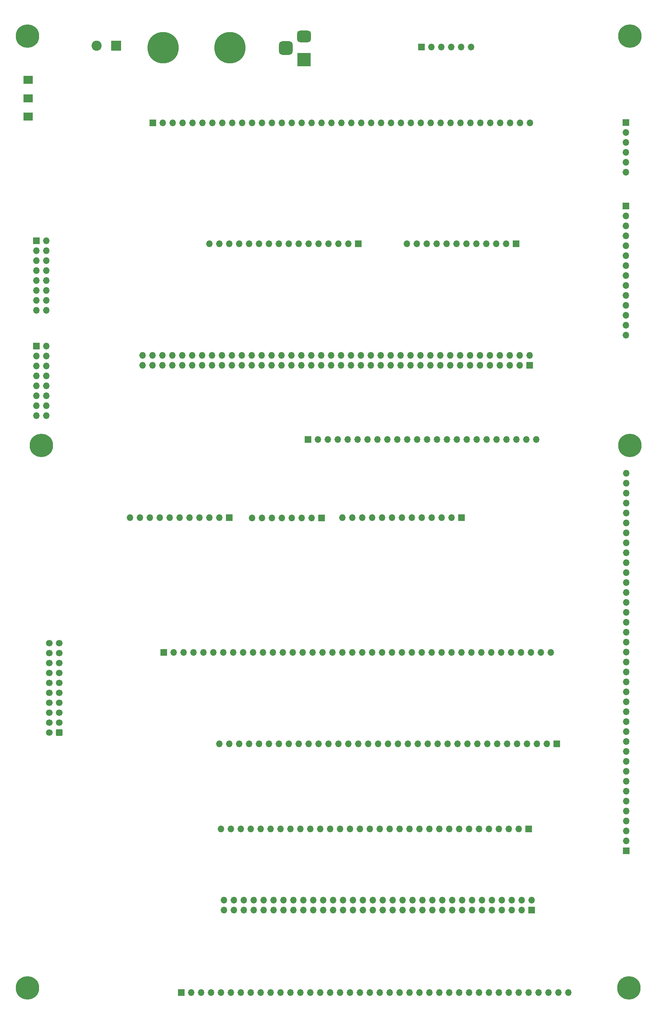
<source format=gbr>
%TF.GenerationSoftware,KiCad,Pcbnew,(6.0.0-0)*%
%TF.CreationDate,2022-10-19T23:06:29-04:00*%
%TF.ProjectId,Backplane-Concept-Vertical,4261636b-706c-4616-9e65-2d436f6e6365,rev?*%
%TF.SameCoordinates,Original*%
%TF.FileFunction,Soldermask,Bot*%
%TF.FilePolarity,Negative*%
%FSLAX46Y46*%
G04 Gerber Fmt 4.6, Leading zero omitted, Abs format (unit mm)*
G04 Created by KiCad (PCBNEW (6.0.0-0)) date 2022-10-19 23:06:29*
%MOMM*%
%LPD*%
G01*
G04 APERTURE LIST*
G04 Aperture macros list*
%AMRoundRect*
0 Rectangle with rounded corners*
0 $1 Rounding radius*
0 $2 $3 $4 $5 $6 $7 $8 $9 X,Y pos of 4 corners*
0 Add a 4 corners polygon primitive as box body*
4,1,4,$2,$3,$4,$5,$6,$7,$8,$9,$2,$3,0*
0 Add four circle primitives for the rounded corners*
1,1,$1+$1,$2,$3*
1,1,$1+$1,$4,$5*
1,1,$1+$1,$6,$7*
1,1,$1+$1,$8,$9*
0 Add four rect primitives between the rounded corners*
20,1,$1+$1,$2,$3,$4,$5,0*
20,1,$1+$1,$4,$5,$6,$7,0*
20,1,$1+$1,$6,$7,$8,$9,0*
20,1,$1+$1,$8,$9,$2,$3,0*%
G04 Aperture macros list end*
%ADD10R,3.500000X3.500000*%
%ADD11RoundRect,0.750000X-1.000000X0.750000X-1.000000X-0.750000X1.000000X-0.750000X1.000000X0.750000X0*%
%ADD12RoundRect,0.875000X-0.875000X0.875000X-0.875000X-0.875000X0.875000X-0.875000X0.875000X0.875000X0*%
%ADD13RoundRect,0.250000X0.600000X0.600000X-0.600000X0.600000X-0.600000X-0.600000X0.600000X-0.600000X0*%
%ADD14C,1.700000*%
%ADD15R,1.700000X1.700000*%
%ADD16O,1.700000X1.700000*%
%ADD17C,0.800000*%
%ADD18C,6.000000*%
%ADD19C,8.000000*%
%ADD20R,2.600000X2.600000*%
%ADD21C,2.600000*%
%ADD22R,2.400000X2.000000*%
G04 APERTURE END LIST*
D10*
%TO.C,J22*%
X302455500Y-94440000D03*
D11*
X302455500Y-88440000D03*
D12*
X297755500Y-91440000D03*
%TD*%
D13*
%TO.C,J19*%
X239771500Y-266446000D03*
D14*
X237231500Y-266446000D03*
X239771500Y-263906000D03*
X237231500Y-263906000D03*
X239771500Y-261366000D03*
X237231500Y-261366000D03*
X239771500Y-258826000D03*
X237231500Y-258826000D03*
X239771500Y-256286000D03*
X237231500Y-256286000D03*
X239771500Y-253746000D03*
X237231500Y-253746000D03*
X239771500Y-251206000D03*
X237231500Y-251206000D03*
X239771500Y-248666000D03*
X237231500Y-248666000D03*
X239771500Y-246126000D03*
X237231500Y-246126000D03*
X239771500Y-243586000D03*
X237231500Y-243586000D03*
%TD*%
D15*
%TO.C,J9*%
X342782000Y-211504000D03*
D16*
X340242000Y-211504000D03*
X337702000Y-211504000D03*
X335162000Y-211504000D03*
X332622000Y-211504000D03*
X330082000Y-211504000D03*
X327542000Y-211504000D03*
X325002000Y-211504000D03*
X322462000Y-211504000D03*
X319922000Y-211504000D03*
X317382000Y-211504000D03*
X314842000Y-211504000D03*
X312302000Y-211504000D03*
%TD*%
D15*
%TO.C,J2*%
X283347000Y-211504000D03*
D16*
X280807000Y-211504000D03*
X278267000Y-211504000D03*
X275727000Y-211504000D03*
X273187000Y-211504000D03*
X270647000Y-211504000D03*
X268107000Y-211504000D03*
X265567000Y-211504000D03*
X263027000Y-211504000D03*
X260487000Y-211504000D03*
X257947000Y-211504000D03*
%TD*%
D17*
%TO.C,REF\u002A\u002A*%
X387416990Y-194630990D03*
X385826000Y-195290000D03*
X388076000Y-193040000D03*
D18*
X385826000Y-193040000D03*
D17*
X384235010Y-191449010D03*
X385826000Y-190790000D03*
X387416990Y-191449010D03*
X384235010Y-194630990D03*
X383576000Y-193040000D03*
%TD*%
D15*
%TO.C,J21*%
X271018000Y-332912000D03*
D16*
X273558000Y-332912000D03*
X276098000Y-332912000D03*
X278638000Y-332912000D03*
X281178000Y-332912000D03*
X283718000Y-332912000D03*
X286258000Y-332912000D03*
X288798000Y-332912000D03*
X291338000Y-332912000D03*
X293878000Y-332912000D03*
X296418000Y-332912000D03*
X298958000Y-332912000D03*
X301498000Y-332912000D03*
X304038000Y-332912000D03*
X306578000Y-332912000D03*
X309118000Y-332912000D03*
X311658000Y-332912000D03*
X314198000Y-332912000D03*
X316738000Y-332912000D03*
X319278000Y-332912000D03*
X321818000Y-332912000D03*
X324358000Y-332912000D03*
X326898000Y-332912000D03*
X329438000Y-332912000D03*
X331978000Y-332912000D03*
X334518000Y-332912000D03*
X337058000Y-332912000D03*
X339598000Y-332912000D03*
X342138000Y-332912000D03*
X344678000Y-332912000D03*
X347218000Y-332912000D03*
X349758000Y-332912000D03*
X352298000Y-332912000D03*
X354838000Y-332912000D03*
X357378000Y-332912000D03*
X359918000Y-332912000D03*
X362458000Y-332912000D03*
X364998000Y-332912000D03*
X367538000Y-332912000D03*
X370078000Y-332912000D03*
%TD*%
D15*
%TO.C,J5*%
X306951000Y-211595000D03*
D16*
X304411000Y-211595000D03*
X301871000Y-211595000D03*
X299331000Y-211595000D03*
X296791000Y-211595000D03*
X294251000Y-211595000D03*
X291711000Y-211595000D03*
X289171000Y-211595000D03*
%TD*%
D18*
%TO.C,REF\u002A\u002A*%
X385826000Y-88392000D03*
D17*
X383576000Y-88392000D03*
X388076000Y-88392000D03*
X387416990Y-89982990D03*
X385826000Y-86142000D03*
X384235010Y-89982990D03*
X384235010Y-86801010D03*
X387416990Y-86801010D03*
X385826000Y-90642000D03*
%TD*%
D15*
%TO.C,J17*%
X233934000Y-167640000D03*
D16*
X236474000Y-167640000D03*
X233934000Y-170180000D03*
X236474000Y-170180000D03*
X233934000Y-172720000D03*
X236474000Y-172720000D03*
X233934000Y-175260000D03*
X236474000Y-175260000D03*
X233934000Y-177800000D03*
X236474000Y-177800000D03*
X233934000Y-180340000D03*
X236474000Y-180340000D03*
X233934000Y-182880000D03*
X236474000Y-182880000D03*
X233934000Y-185420000D03*
X236474000Y-185420000D03*
%TD*%
D15*
%TO.C,J7*%
X367114000Y-269313000D03*
D16*
X364574000Y-269313000D03*
X362034000Y-269313000D03*
X359494000Y-269313000D03*
X356954000Y-269313000D03*
X354414000Y-269313000D03*
X351874000Y-269313000D03*
X349334000Y-269313000D03*
X346794000Y-269313000D03*
X344254000Y-269313000D03*
X341714000Y-269313000D03*
X339174000Y-269313000D03*
X336634000Y-269313000D03*
X334094000Y-269313000D03*
X331554000Y-269313000D03*
X329014000Y-269313000D03*
X326474000Y-269313000D03*
X323934000Y-269313000D03*
X321394000Y-269313000D03*
X318854000Y-269313000D03*
X316314000Y-269313000D03*
X313774000Y-269313000D03*
X311234000Y-269313000D03*
X308694000Y-269313000D03*
X306154000Y-269313000D03*
X303614000Y-269313000D03*
X301074000Y-269313000D03*
X298534000Y-269313000D03*
X295994000Y-269313000D03*
X293454000Y-269313000D03*
X290914000Y-269313000D03*
X288374000Y-269313000D03*
X285834000Y-269313000D03*
X283294000Y-269313000D03*
X280754000Y-269313000D03*
%TD*%
D19*
%TO.C,J12*%
X283464000Y-91376000D03*
%TD*%
%TO.C,J11*%
X266378000Y-91376000D03*
%TD*%
D15*
%TO.C,J14*%
X384810000Y-131826000D03*
D16*
X384810000Y-134366000D03*
X384810000Y-136906000D03*
X384810000Y-139446000D03*
X384810000Y-141986000D03*
X384810000Y-144526000D03*
X384810000Y-147066000D03*
X384810000Y-149606000D03*
X384810000Y-152146000D03*
X384810000Y-154686000D03*
X384810000Y-157226000D03*
X384810000Y-159766000D03*
X384810000Y-162306000D03*
X384810000Y-164846000D03*
%TD*%
D17*
%TO.C,REF\u002A\u002A*%
X383322000Y-331724000D03*
X385572000Y-333974000D03*
D18*
X385572000Y-331724000D03*
D17*
X383981010Y-333314990D03*
X385572000Y-329474000D03*
X387822000Y-331724000D03*
X387162990Y-330133010D03*
X387162990Y-333314990D03*
X383981010Y-330133010D03*
%TD*%
D15*
%TO.C,J8*%
X316298000Y-141489000D03*
D16*
X313758000Y-141489000D03*
X311218000Y-141489000D03*
X308678000Y-141489000D03*
X306138000Y-141489000D03*
X303598000Y-141489000D03*
X301058000Y-141489000D03*
X298518000Y-141489000D03*
X295978000Y-141489000D03*
X293438000Y-141489000D03*
X290898000Y-141489000D03*
X288358000Y-141489000D03*
X285818000Y-141489000D03*
X283278000Y-141489000D03*
X280738000Y-141489000D03*
X278198000Y-141489000D03*
%TD*%
D15*
%TO.C,J15*%
X263720000Y-110620000D03*
D16*
X266260000Y-110620000D03*
X268800000Y-110620000D03*
X271340000Y-110620000D03*
X273880000Y-110620000D03*
X276420000Y-110620000D03*
X278960000Y-110620000D03*
X281500000Y-110620000D03*
X284040000Y-110620000D03*
X286580000Y-110620000D03*
X289120000Y-110620000D03*
X291660000Y-110620000D03*
X294200000Y-110620000D03*
X296740000Y-110620000D03*
X299280000Y-110620000D03*
X301820000Y-110620000D03*
X304360000Y-110620000D03*
X306900000Y-110620000D03*
X309440000Y-110620000D03*
X311980000Y-110620000D03*
X314520000Y-110620000D03*
X317060000Y-110620000D03*
X319600000Y-110620000D03*
X322140000Y-110620000D03*
X324680000Y-110620000D03*
X327220000Y-110620000D03*
X329760000Y-110620000D03*
X332300000Y-110620000D03*
X334840000Y-110620000D03*
X337380000Y-110620000D03*
X339920000Y-110620000D03*
X342460000Y-110620000D03*
X345000000Y-110620000D03*
X347540000Y-110620000D03*
X350080000Y-110620000D03*
X352620000Y-110620000D03*
X355160000Y-110620000D03*
X357700000Y-110620000D03*
X360240000Y-110620000D03*
%TD*%
D20*
%TO.C,J13*%
X254400000Y-90817000D03*
D21*
X249400000Y-90817000D03*
%TD*%
D15*
%TO.C,J16*%
X384914000Y-296672000D03*
D16*
X384914000Y-294132000D03*
X384914000Y-291592000D03*
X384914000Y-289052000D03*
X384914000Y-286512000D03*
X384914000Y-283972000D03*
X384914000Y-281432000D03*
X384914000Y-278892000D03*
X384914000Y-276352000D03*
X384914000Y-273812000D03*
X384914000Y-271272000D03*
X384914000Y-268732000D03*
X384914000Y-266192000D03*
X384914000Y-263652000D03*
X384914000Y-261112000D03*
X384914000Y-258572000D03*
X384914000Y-256032000D03*
X384914000Y-253492000D03*
X384914000Y-250952000D03*
X384914000Y-248412000D03*
X384914000Y-245872000D03*
X384914000Y-243332000D03*
X384914000Y-240792000D03*
X384914000Y-238252000D03*
X384914000Y-235712000D03*
X384914000Y-233172000D03*
X384914000Y-230632000D03*
X384914000Y-228092000D03*
X384914000Y-225552000D03*
X384914000Y-223012000D03*
X384914000Y-220472000D03*
X384914000Y-217932000D03*
X384914000Y-215392000D03*
X384914000Y-212852000D03*
X384914000Y-210312000D03*
X384914000Y-207772000D03*
X384914000Y-205232000D03*
X384914000Y-202692000D03*
X384914000Y-200152000D03*
%TD*%
D15*
%TO.C,J6*%
X266530000Y-245973000D03*
D16*
X269070000Y-245973000D03*
X271610000Y-245973000D03*
X274150000Y-245973000D03*
X276690000Y-245973000D03*
X279230000Y-245973000D03*
X281770000Y-245973000D03*
X284310000Y-245973000D03*
X286850000Y-245973000D03*
X289390000Y-245973000D03*
X291930000Y-245973000D03*
X294470000Y-245973000D03*
X297010000Y-245973000D03*
X299550000Y-245973000D03*
X302090000Y-245973000D03*
X304630000Y-245973000D03*
X307170000Y-245973000D03*
X309710000Y-245973000D03*
X312250000Y-245973000D03*
X314790000Y-245973000D03*
X317330000Y-245973000D03*
X319870000Y-245973000D03*
X322410000Y-245973000D03*
X324950000Y-245973000D03*
X327490000Y-245973000D03*
X330030000Y-245973000D03*
X332570000Y-245973000D03*
X335110000Y-245973000D03*
X337650000Y-245973000D03*
X340190000Y-245973000D03*
X342730000Y-245973000D03*
X345270000Y-245973000D03*
X347810000Y-245973000D03*
X350350000Y-245973000D03*
X352890000Y-245973000D03*
X355430000Y-245973000D03*
X357970000Y-245973000D03*
X360510000Y-245973000D03*
X363050000Y-245973000D03*
X365590000Y-245973000D03*
%TD*%
D22*
%TO.C,SW1*%
X231871000Y-99605000D03*
X231871000Y-104304000D03*
X231871000Y-109003000D03*
%TD*%
D15*
%TO.C,J1*%
X360172000Y-172583000D03*
D16*
X360172000Y-170043000D03*
X357632000Y-172583000D03*
X357632000Y-170043000D03*
X355092000Y-172583000D03*
X355092000Y-170043000D03*
X352552000Y-172583000D03*
X352552000Y-170043000D03*
X350012000Y-172583000D03*
X350012000Y-170043000D03*
X347472000Y-172583000D03*
X347472000Y-170043000D03*
X344932000Y-172583000D03*
X344932000Y-170043000D03*
X342392000Y-172583000D03*
X342392000Y-170043000D03*
X339852000Y-172583000D03*
X339852000Y-170043000D03*
X337312000Y-172583000D03*
X337312000Y-170043000D03*
X334772000Y-172583000D03*
X334772000Y-170043000D03*
X332232000Y-172583000D03*
X332232000Y-170043000D03*
X329692000Y-172583000D03*
X329692000Y-170043000D03*
X327152000Y-172583000D03*
X327152000Y-170043000D03*
X324612000Y-172583000D03*
X324612000Y-170043000D03*
X322072000Y-172583000D03*
X322072000Y-170043000D03*
X319532000Y-172583000D03*
X319532000Y-170043000D03*
X316992000Y-172583000D03*
X316992000Y-170043000D03*
X314452000Y-172583000D03*
X314452000Y-170043000D03*
X311912000Y-172583000D03*
X311912000Y-170043000D03*
X309372000Y-172583000D03*
X309372000Y-170043000D03*
X306832000Y-172583000D03*
X306832000Y-170043000D03*
X304292000Y-172583000D03*
X304292000Y-170043000D03*
X301752000Y-172583000D03*
X301752000Y-170043000D03*
X299212000Y-172583000D03*
X299212000Y-170043000D03*
X296672000Y-172583000D03*
X296672000Y-170043000D03*
X294132000Y-172583000D03*
X294132000Y-170043000D03*
X291592000Y-172583000D03*
X291592000Y-170043000D03*
X289052000Y-172583000D03*
X289052000Y-170043000D03*
X286512000Y-172583000D03*
X286512000Y-170043000D03*
X283972000Y-172583000D03*
X283972000Y-170043000D03*
X281432000Y-172583000D03*
X281432000Y-170043000D03*
X278892000Y-172583000D03*
X278892000Y-170043000D03*
X276352000Y-172583000D03*
X276352000Y-170043000D03*
X273812000Y-172583000D03*
X273812000Y-170043000D03*
X271272000Y-172583000D03*
X271272000Y-170043000D03*
X268732000Y-172583000D03*
X268732000Y-170043000D03*
X266192000Y-172583000D03*
X266192000Y-170043000D03*
X263652000Y-172583000D03*
X263652000Y-170043000D03*
X261112000Y-172583000D03*
X261112000Y-170043000D03*
%TD*%
D15*
%TO.C,J18*%
X359918000Y-291084000D03*
D16*
X357378000Y-291084000D03*
X354838000Y-291084000D03*
X352298000Y-291084000D03*
X349758000Y-291084000D03*
X347218000Y-291084000D03*
X344678000Y-291084000D03*
X342138000Y-291084000D03*
X339598000Y-291084000D03*
X337058000Y-291084000D03*
X334518000Y-291084000D03*
X331978000Y-291084000D03*
X329438000Y-291084000D03*
X326898000Y-291084000D03*
X324358000Y-291084000D03*
X321818000Y-291084000D03*
X319278000Y-291084000D03*
X316738000Y-291084000D03*
X314198000Y-291084000D03*
X311658000Y-291084000D03*
X309118000Y-291084000D03*
X306578000Y-291084000D03*
X304038000Y-291084000D03*
X301498000Y-291084000D03*
X298958000Y-291084000D03*
X296418000Y-291084000D03*
X293878000Y-291084000D03*
X291338000Y-291084000D03*
X288798000Y-291084000D03*
X286258000Y-291084000D03*
X283718000Y-291084000D03*
X281178000Y-291084000D03*
%TD*%
D15*
%TO.C,J25*%
X360680000Y-311850000D03*
D16*
X360680000Y-309310000D03*
X358140000Y-311850000D03*
X358140000Y-309310000D03*
X355600000Y-311850000D03*
X355600000Y-309310000D03*
X353060000Y-311850000D03*
X353060000Y-309310000D03*
X350520000Y-311850000D03*
X350520000Y-309310000D03*
X347980000Y-311850000D03*
X347980000Y-309310000D03*
X345440000Y-311850000D03*
X345440000Y-309310000D03*
X342900000Y-311850000D03*
X342900000Y-309310000D03*
X340360000Y-311850000D03*
X340360000Y-309310000D03*
X337820000Y-311850000D03*
X337820000Y-309310000D03*
X335280000Y-311850000D03*
X335280000Y-309310000D03*
X332740000Y-311850000D03*
X332740000Y-309310000D03*
X330200000Y-311850000D03*
X330200000Y-309310000D03*
X327660000Y-311850000D03*
X327660000Y-309310000D03*
X325120000Y-311850000D03*
X325120000Y-309310000D03*
X322580000Y-311850000D03*
X322580000Y-309310000D03*
X320040000Y-311850000D03*
X320040000Y-309310000D03*
X317500000Y-311850000D03*
X317500000Y-309310000D03*
X314960000Y-311850000D03*
X314960000Y-309310000D03*
X312420000Y-311850000D03*
X312420000Y-309310000D03*
X309880000Y-311850000D03*
X309880000Y-309310000D03*
X307340000Y-311850000D03*
X307340000Y-309310000D03*
X304800000Y-311850000D03*
X304800000Y-309310000D03*
X302260000Y-311850000D03*
X302260000Y-309310000D03*
X299720000Y-311850000D03*
X299720000Y-309310000D03*
X297180000Y-311850000D03*
X297180000Y-309310000D03*
X294640000Y-311850000D03*
X294640000Y-309310000D03*
X292100000Y-311850000D03*
X292100000Y-309310000D03*
X289560000Y-311850000D03*
X289560000Y-309310000D03*
X287020000Y-311850000D03*
X287020000Y-309310000D03*
X284480000Y-311850000D03*
X284480000Y-309310000D03*
X281940000Y-311850000D03*
X281940000Y-309310000D03*
%TD*%
D15*
%TO.C,J23*%
X233934000Y-140716000D03*
D16*
X236474000Y-140716000D03*
X233934000Y-143256000D03*
X236474000Y-143256000D03*
X233934000Y-145796000D03*
X236474000Y-145796000D03*
X233934000Y-148336000D03*
X236474000Y-148336000D03*
X233934000Y-150876000D03*
X236474000Y-150876000D03*
X233934000Y-153416000D03*
X236474000Y-153416000D03*
X233934000Y-155956000D03*
X236474000Y-155956000D03*
X233934000Y-158496000D03*
X236474000Y-158496000D03*
%TD*%
D15*
%TO.C,J4*%
X303490000Y-191513000D03*
D16*
X306030000Y-191513000D03*
X308570000Y-191513000D03*
X311110000Y-191513000D03*
X313650000Y-191513000D03*
X316190000Y-191513000D03*
X318730000Y-191513000D03*
X321270000Y-191513000D03*
X323810000Y-191513000D03*
X326350000Y-191513000D03*
X328890000Y-191513000D03*
X331430000Y-191513000D03*
X333970000Y-191513000D03*
X336510000Y-191513000D03*
X339050000Y-191513000D03*
X341590000Y-191513000D03*
X344130000Y-191513000D03*
X346670000Y-191513000D03*
X349210000Y-191513000D03*
X351750000Y-191513000D03*
X354290000Y-191513000D03*
X356830000Y-191513000D03*
X359370000Y-191513000D03*
X361910000Y-191513000D03*
%TD*%
D15*
%TO.C,J10*%
X332486000Y-91186000D03*
D16*
X335026000Y-91186000D03*
X337566000Y-91186000D03*
X340106000Y-91186000D03*
X342646000Y-91186000D03*
X345186000Y-91186000D03*
%TD*%
D17*
%TO.C,REF\u002A\u002A*%
X233898000Y-331724000D03*
X229398000Y-331724000D03*
X233238990Y-333314990D03*
X231648000Y-333974000D03*
X230057010Y-333314990D03*
X230057010Y-330133010D03*
X233238990Y-330133010D03*
X231648000Y-329474000D03*
D18*
X231648000Y-331724000D03*
%TD*%
D17*
%TO.C,REF\u002A\u002A*%
X229398000Y-88392000D03*
X231648000Y-90642000D03*
D18*
X231648000Y-88392000D03*
D17*
X233238990Y-86801010D03*
X233238990Y-89982990D03*
X233898000Y-88392000D03*
X230057010Y-86801010D03*
X231648000Y-86142000D03*
X230057010Y-89982990D03*
%TD*%
%TO.C,REF\u002A\u002A*%
X236794990Y-194630990D03*
X237454000Y-193040000D03*
X233613010Y-191449010D03*
D18*
X235204000Y-193040000D03*
D17*
X235204000Y-195290000D03*
X233613010Y-194630990D03*
X235204000Y-190790000D03*
X236794990Y-191449010D03*
X232954000Y-193040000D03*
%TD*%
D15*
%TO.C,J3*%
X356764000Y-141493000D03*
D16*
X354224000Y-141493000D03*
X351684000Y-141493000D03*
X349144000Y-141493000D03*
X346604000Y-141493000D03*
X344064000Y-141493000D03*
X341524000Y-141493000D03*
X338984000Y-141493000D03*
X336444000Y-141493000D03*
X333904000Y-141493000D03*
X331364000Y-141493000D03*
X328824000Y-141493000D03*
%TD*%
D15*
%TO.C,J20*%
X384810000Y-110490000D03*
D16*
X384810000Y-113030000D03*
X384810000Y-115570000D03*
X384810000Y-118110000D03*
X384810000Y-120650000D03*
X384810000Y-123190000D03*
%TD*%
M02*

</source>
